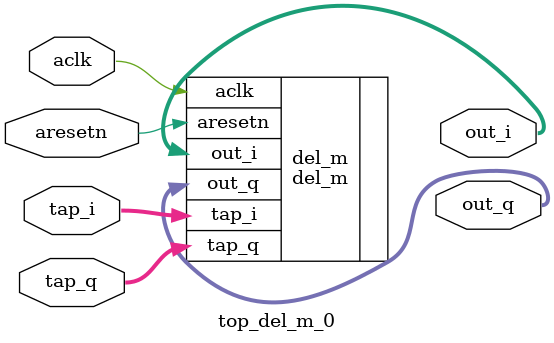
<source format=v>
module top_del_m_0 
(
    input             aclk ,
    input             aresetn ,
    input      [28:0] tap_i ,
    input      [28:0] tap_q ,
    output     [15:0] out_i ,
    output     [15:0] out_q
) ;

    del_m del_m (
        .aclk(aclk) ,
        .aresetn(aresetn) ,
        .tap_i(tap_i) ,
        .tap_q(tap_q) ,
        .out_i(out_i) ,
        .out_q(out_q)
    );


endmodule

</source>
